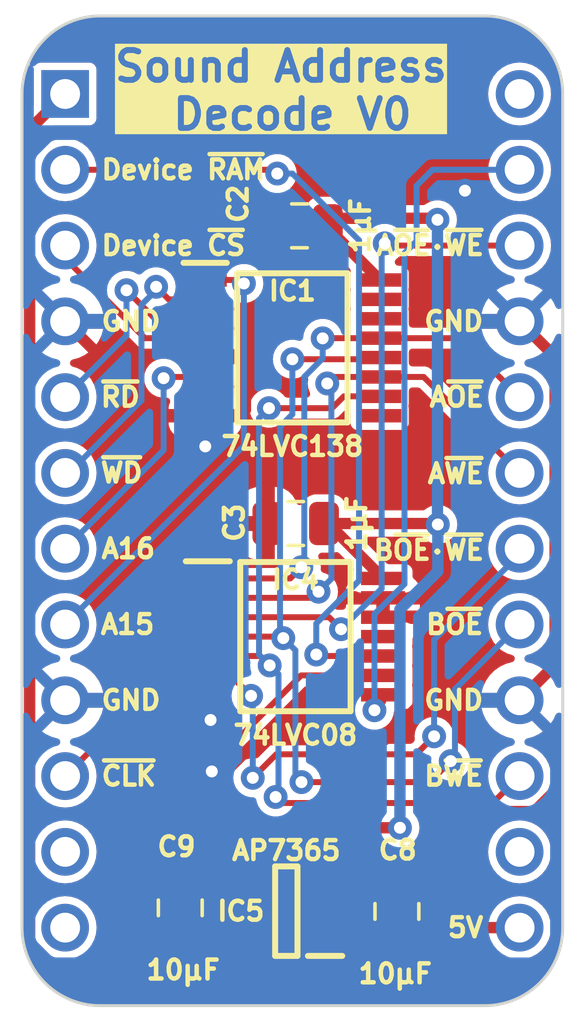
<source format=kicad_pcb>
(kicad_pcb (version 20221018) (generator pcbnew)
  (layers (0 "F.Cu" signal) (31 "B.Cu" signal) (36 "B.SilkS" user "B.Silkscreen") (37 "F.SilkS" user "F.Silkscreen") (38 "B.Mask" user) (39 "F.Mask" user) (44 "Edge.Cuts" user))
  (net 0 "")
  (net 1 "/5V")
  (net 2 "/GND")
  (net 3 "/3.3V")
  (net 5 "/~{CLK}")
  (net 6 "/Device ~{CS}")
  (net 7 "/A16")
  (net 8 "/~{WD}")
  (net 9 "/~{RD}")
  (net 10 "/A15")
  (net 13 "/CPU B ~{WE}")
  (net 14 "/CPU A ~{WE}")
  (net 15 "/CPU B ~{OE}")
  (net 16 "/CPU A ~{OE}")
  (net 19 "/CPU A ~{OE}·~{WE}")
  (net 20 "/CPU B ~{OE}·~{WE}")
  (net 21 "/Sound Address")
  (net 22 "/~{Device RAM}")
  (footprint "SamacSys_Parts:SOP65P640X110-14N" (layer "F.Cu") (at 96.6216 76.6064)
    (fp_text reference "IC4" (at 0 -1.905) (layer "F.SilkS") (effects (font (size 0.635 0.635))))
    (fp_text value "74LVC08APW,112" hide)
    (fp_text user "${Silkscreen}" (at 0 3.302) (layer "F.SilkS") (effects (font (size 0.635 0.635))))
    (fp_line (start -3.675 -2.525) (end -2.2 -2.525) (stroke (width 0.2)) (layer "F.SilkS"))
    (fp_line (start -1.85 -2.5) (end 1.85 -2.5) (stroke (width 0.2)) (layer "F.SilkS"))
    (fp_line (start -1.85 2.5) (end -1.85 -2.5) (stroke (width 0.2)) (layer "F.SilkS"))
    (fp_line (start 1.85 -2.5) (end 1.85 2.5) (stroke (width 0.2)) (layer "F.SilkS"))
    (fp_line (start 1.85 2.5) (end -1.85 2.5) (stroke (width 0.2)) (layer "F.SilkS"))
    (pad "1" smd rect (at -2.938 -1.95 90) (size 0.45 1.475) (layers "F.Cu" "F.Paste" "F.Mask") (net 16 "/CPU A ~{OE}"))
    (pad "2" smd rect (at -2.938 -1.3 90) (size 0.45 1.475) (layers "F.Cu" "F.Paste" "F.Mask") (net 14 "/CPU A ~{WE}"))
    (pad "3" smd rect (at -2.938 -0.65 90) (size 0.45 1.475) (layers "F.Cu" "F.Paste" "F.Mask") (net 19 "/CPU A ~{OE}·~{WE}"))
    (pad "4" smd rect (at -2.938 0 90) (size 0.45 1.475) (layers "F.Cu" "F.Paste" "F.Mask") (net 15 "/CPU B ~{OE}"))
    (pad "5" smd rect (at -2.938 0.65 90) (size 0.45 1.475) (layers "F.Cu" "F.Paste" "F.Mask") (net 13 "/CPU B ~{WE}"))
    (pad "6" smd rect (at -2.938 1.3 90) (size 0.45 1.475) (layers "F.Cu" "F.Paste" "F.Mask") (net 20 "/CPU B ~{OE}·~{WE}"))
    (pad "7" smd rect (at -2.938 1.95 90) (size 0.45 1.475) (layers "F.Cu" "F.Paste" "F.Mask") (net 2 "/GND"))
    (pad "8" smd rect (at 2.938 1.95 90) (size 0.45 1.475) (layers "F.Cu" "F.Paste" "F.Mask") (net 21 "/Sound Address"))
    (pad "9" smd rect (at 2.938 1.3 90) (size 0.45 1.475) (layers "F.Cu" "F.Paste" "F.Mask") (net 5 "/~{CLK}"))
    (pad "10" smd rect (at 2.938 0.65 90) (size 0.45 1.475) (layers "F.Cu" "F.Paste" "F.Mask") (net 22 "/~{Device RAM}"))
    (pad "11" smd rect (at 2.938 0 90) (size 0.45 1.475) (layers "F.Cu" "F.Paste" "F.Mask"))
    (pad "12" smd rect (at 2.938 -0.65 90) (size 0.45 1.475) (layers "F.Cu" "F.Paste" "F.Mask") (net 2 "/GND"))
    (pad "13" smd rect (at 2.938 -1.3 90) (size 0.45 1.475) (layers "F.Cu" "F.Paste" "F.Mask") (net 2 "/GND"))
    (pad "14" smd rect (at 2.938 -1.95 90) (size 0.45 1.475) (layers "F.Cu" "F.Paste" "F.Mask") (net 3 "/3.3V"))
  )
  (footprint "SamacSys_Parts:C_0805" (layer "F.Cu") (at 100.0252 85.8324)
    (fp_text reference "C8" (at 0.027 -2.075 180) (layer "F.SilkS") (effects (font (size 0.635 0.635))))
    (fp_text value "10µF" (at -0.0554 2.0726) (layer "F.SilkS") (effects (font (size 0.635 0.635))))
    (fp_line (start -0.735 0.245252) (end -0.735 -0.277252) (stroke (width 0.12)) (layer "F.SilkS"))
    (fp_line (start 0.735 0.245252) (end 0.735 -0.277252) (stroke (width 0.12)) (layer "F.SilkS"))
    (pad "1" smd roundrect (at 0 0.934 90) (size 1 1.45) (layers "F.Cu" "F.Paste" "F.Mask") (net 1 "/5V"))
    (pad "2" smd roundrect (at 0 -0.966 90) (size 1 1.45) (layers "F.Cu" "F.Paste" "F.Mask") (net 2 "/GND"))
  )
  (footprint "SamacSys_Parts:C_0805" (layer "F.Cu") (at 96.647 72.816 90)
    (fp_text reference "C3" (at 0.027 -2.075 90) (layer "F.SilkS") (effects (font (size 0.635 0.635))))
    (fp_text value "1μF" (at 0 2.032 90) (layer "F.SilkS") (effects (font (size 0.635 0.635))))
    (fp_line (start -0.735 0.245252) (end -0.735 -0.277252) (stroke (width 0.12)) (layer "F.SilkS"))
    (fp_line (start 0.735 0.245252) (end 0.735 -0.277252) (stroke (width 0.12)) (layer "F.SilkS"))
    (pad "1" smd roundrect (at 0 0.934 180) (size 1 1.45) (layers "F.Cu" "F.Paste" "F.Mask") (net 3 "/3.3V"))
    (pad "2" smd roundrect (at 0 -0.966 180) (size 1 1.45) (layers "F.Cu" "F.Paste" "F.Mask") (net 2 "/GND"))
  )
  (footprint "SamacSys_Parts:C_0805" (layer "F.Cu") (at 96.774 62.8396 90)
    (fp_text reference "C2" (at 0.7366 -2.075 90) (layer "F.SilkS") (effects (font (size 0.635 0.635))))
    (fp_text value "1μF" (at 0 2.032 90) (layer "F.SilkS") (effects (font (size 0.635 0.635))))
    (fp_line (start -0.735 0.245252) (end -0.735 -0.277252) (stroke (width 0.12)) (layer "F.SilkS"))
    (fp_line (start 0.735 0.245252) (end 0.735 -0.277252) (stroke (width 0.12)) (layer "F.SilkS"))
    (pad "1" smd roundrect (at 0 0.934 180) (size 1 1.45) (layers "F.Cu" "F.Paste" "F.Mask") (net 3 "/3.3V"))
    (pad "2" smd roundrect (at 0 -0.966 180) (size 1 1.45) (layers "F.Cu" "F.Paste" "F.Mask") (net 2 "/GND"))
  )
  (footprint "SamacSys_Parts:SOP65P640X110-16N" (layer "F.Cu") (at 96.52 66.929)
    (fp_text reference "IC1" (at 0 -1.905) (layer "F.SilkS") (effects (font (size 0.635 0.635))))
    (fp_text value "74LVC138APW-Q100J" hide)
    (fp_text user "${Silkscreen}" (at 0 3.302) (layer "F.SilkS") (effects (font (size 0.635 0.635))))
    (fp_line (start -3.65 -2.85) (end -2.2 -2.85) (stroke (width 0.2)) (layer "F.SilkS"))
    (fp_line (start -1.85 -2.5) (end 1.85 -2.5) (stroke (width 0.2)) (layer "F.SilkS"))
    (fp_line (start -1.85 2.5) (end -1.85 -2.5) (stroke (width 0.2)) (layer "F.SilkS"))
    (fp_line (start 1.85 -2.5) (end 1.85 2.5) (stroke (width 0.2)) (layer "F.SilkS"))
    (fp_line (start 1.85 2.5) (end -1.85 2.5) (stroke (width 0.2)) (layer "F.SilkS"))
    (pad "1" smd rect (at -2.925 -2.275 90) (size 0.45 1.45) (layers "F.Cu" "F.Paste" "F.Mask") (net 10 "/A15"))
    (pad "2" smd rect (at -2.925 -1.625 90) (size 0.45 1.45) (layers "F.Cu" "F.Paste" "F.Mask") (net 8 "/~{WD}"))
    (pad "3" smd rect (at -2.925 -0.975 90) (size 0.45 1.45) (layers "F.Cu" "F.Paste" "F.Mask") (net 9 "/~{RD}"))
    (pad "4" smd rect (at -2.925 -0.325 90) (size 0.45 1.45) (layers "F.Cu" "F.Paste" "F.Mask") (net 6 "/Device ~{CS}"))
    (pad "5" smd rect (at -2.925 0.325 90) (size 0.45 1.45) (layers "F.Cu" "F.Paste" "F.Mask") (net 2 "/GND"))
    (pad "6" smd rect (at -2.925 0.975 90) (size 0.45 1.45) (layers "F.Cu" "F.Paste" "F.Mask") (net 7 "/A16"))
    (pad "7" smd rect (at -2.925 1.625 90) (size 0.45 1.45) (layers "F.Cu" "F.Paste" "F.Mask"))
    (pad "8" smd rect (at -2.925 2.275 90) (size 0.45 1.45) (layers "F.Cu" "F.Paste" "F.Mask") (net 2 "/GND"))
    (pad "9" smd rect (at 2.925 2.275 90) (size 0.45 1.45) (layers "F.Cu" "F.Paste" "F.Mask"))
    (pad "10" smd rect (at 2.925 1.625 90) (size 0.45 1.45) (layers "F.Cu" "F.Paste" "F.Mask") (net 13 "/CPU B ~{WE}"))
    (pad "11" smd rect (at 2.925 0.975 90) (size 0.45 1.45) (layers "F.Cu" "F.Paste" "F.Mask") (net 14 "/CPU A ~{WE}"))
    (pad "12" smd rect (at 2.925 0.325 90) (size 0.45 1.45) (layers "F.Cu" "F.Paste" "F.Mask") (net 15 "/CPU B ~{OE}"))
    (pad "13" smd rect (at 2.925 -0.325 90) (size 0.45 1.45) (layers "F.Cu" "F.Paste" "F.Mask") (net 16 "/CPU A ~{OE}"))
    (pad "14" smd rect (at 2.925 -0.975 90) (size 0.45 1.45) (layers "F.Cu" "F.Paste" "F.Mask"))
    (pad "15" smd rect (at 2.925 -1.625 90) (size 0.45 1.45) (layers "F.Cu" "F.Paste" "F.Mask"))
    (pad "16" smd rect (at 2.925 -2.275 90) (size 0.45 1.45) (layers "F.Cu" "F.Paste" "F.Mask") (net 3 "/3.3V"))
  )
  (footprint "SamacSys_Parts:C_0805" (layer "F.Cu") (at 92.7608 85.68 180)
    (fp_text reference "C9" (at 0.127 2.032) (layer "F.SilkS") (effects (font (size 0.635 0.635))))
    (fp_text value "10µF" (at -0.097 -2.098) (layer "F.SilkS") (effects (font (size 0.635 0.635))))
    (fp_line (start -0.735 0.245252) (end -0.735 -0.277252) (stroke (width 0.12)) (layer "F.SilkS"))
    (fp_line (start 0.735 0.245252) (end 0.735 -0.277252) (stroke (width 0.12)) (layer "F.SilkS"))
    (pad "1" smd roundrect (at 0 0.934 270) (size 1 1.45) (layers "F.Cu" "F.Paste" "F.Mask") (net 3 "/3.3V"))
    (pad "2" smd roundrect (at 0 -0.966 270) (size 1 1.45) (layers "F.Cu" "F.Paste" "F.Mask") (net 2 "/GND"))
  )
  (footprint "SamacSys_Parts:SOT95P285X130-5N" (layer "F.Cu") (at 96.3168 85.807 180)
    (fp_text reference "IC5" (at 1.524 0 180) (layer "F.SilkS") (effects (font (size 0.635 0.635))))
    (fp_text value "AP7365-33WG-7" hide)
    (fp_text user "${Silkscreen}" (at 0 2.032 180) (layer "F.SilkS") (effects (font (size 0.635 0.635))))
    (fp_line (start -1.875 -1.5) (end -0.725 -1.5) (stroke (width 0.2)) (layer "F.SilkS"))
    (fp_line (start -0.375 -1.5) (end 0.375 -1.5) (stroke (width 0.2)) (layer "F.SilkS"))
    (fp_line (start -0.375 1.5) (end -0.375 -1.5) (stroke (width 0.2)) (layer "F.SilkS"))
    (fp_line (start 0.375 -1.5) (end 0.375 1.5) (stroke (width 0.2)) (layer "F.SilkS"))
    (fp_line (start 0.375 1.5) (end -0.375 1.5) (stroke (width 0.2)) (layer "F.SilkS"))
    (pad "1" smd rect (at -1.3 -0.95 270) (size 0.6 1.15) (layers "F.Cu" "F.Paste" "F.Mask") (net 1 "/5V"))
    (pad "2" smd rect (at -1.3 0 270) (size 0.6 1.15) (layers "F.Cu" "F.Paste" "F.Mask") (net 2 "/GND"))
    (pad "3" smd rect (at -1.3 0.95 270) (size 0.6 1.15) (layers "F.Cu" "F.Paste" "F.Mask") (net 1 "/5V"))
    (pad "4" smd rect (at 1.3 0.95 270) (size 0.6 1.15) (layers "F.Cu" "F.Paste" "F.Mask"))
    (pad "5" smd rect (at 1.3 -0.95 270) (size 0.6 1.15) (layers "F.Cu" "F.Paste" "F.Mask") (net 3 "/3.3V"))
  )
  (footprint "SamacSys_Parts:DIP-24_Board_W15.24mm" (layer "F.Cu") (at 88.9 58.42)
    (fp_text reference "J1" hide)
    (fp_text value "Conn_02x12_Counter_Clockwise" hide)
    (pad "1" thru_hole rect (at 0 0) (size 1.6 1.6) (drill 1) (layers "*.Cu" "*.Mask") (net 1 "/5V"))
    (pad "2" thru_hole oval (at 0 2.54) (size 1.6 1.6) (drill 1) (layers "*.Cu" "*.Mask") (net 22 "/~{Device RAM}"))
    (pad "3" thru_hole oval (at 0 5.08) (size 1.6 1.6) (drill 1) (layers "*.Cu" "*.Mask") (net 6 "/Device ~{CS}"))
    (pad "4" thru_hole oval (at 0 7.62) (size 1.6 1.6) (drill 1) (layers "*.Cu" "*.Mask") (net 2 "/GND"))
    (pad "5" thru_hole oval (at 0 10.16) (size 1.6 1.6) (drill 1) (layers "*.Cu" "*.Mask") (net 9 "/~{RD}"))
    (pad "6" thru_hole oval (at 0 12.7) (size 1.6 1.6) (drill 1) (layers "*.Cu" "*.Mask") (net 8 "/~{WD}"))
    (pad "7" thru_hole oval (at 0 15.24) (size 1.6 1.6) (drill 1) (layers "*.Cu" "*.Mask") (net 7 "/A16"))
    (pad "8" thru_hole oval (at 0 17.78) (size 1.6 1.6) (drill 1) (layers "*.Cu" "*.Mask") (net 10 "/A15"))
    (pad "9" thru_hole oval (at 0 20.32) (size 1.6 1.6) (drill 1) (layers "*.Cu" "*.Mask") (net 2 "/GND"))
    (pad "10" thru_hole oval (at 0 22.86) (size 1.6 1.6) (drill 1) (layers "*.Cu" "*.Mask") (net 5 "/~{CLK}"))
    (pad "11" thru_hole oval (at 0 25.4) (size 1.6 1.6) (drill 1) (layers "*.Cu" "*.Mask"))
    (pad "12" thru_hole oval (at 0 27.94) (size 1.6 1.6) (drill 1) (layers "*.Cu" "*.Mask"))
    (pad "13" thru_hole oval (at 15.24 27.94) (size 1.6 1.6) (drill 1) (layers "*.Cu" "*.Mask") (net 1 "/5V"))
    (pad "14" thru_hole oval (at 15.24 25.4) (size 1.6 1.6) (drill 1) (layers "*.Cu" "*.Mask"))
    (pad "15" thru_hole oval (at 15.24 22.86) (size 1.6 1.6) (drill 1) (layers "*.Cu" "*.Mask") (net 13 "/CPU B ~{WE}"))
    (pad "16" thru_hole oval (at 15.24 20.32) (size 1.6 1.6) (drill 1) (layers "*.Cu" "*.Mask") (net 2 "/GND"))
    (pad "17" thru_hole oval (at 15.24 17.78 180) (size 1.6 1.6) (drill 1) (layers "*.Cu" "*.Mask") (net 15 "/CPU B ~{OE}"))
    (pad "18" thru_hole oval (at 15.24 15.24 180) (size 1.6 1.6) (drill 1) (layers "*.Cu" "*.Mask") (net 20 "/CPU B ~{OE}·~{WE}"))
    (pad "19" thru_hole oval (at 15.24 12.7 180) (size 1.6 1.6) (drill 1) (layers "*.Cu" "*.Mask") (net 14 "/CPU A ~{WE}"))
    (pad "20" thru_hole oval (at 15.24 10.16 180) (size 1.6 1.6) (drill 1) (layers "*.Cu" "*.Mask") (net 16 "/CPU A ~{OE}"))
    (pad "21" thru_hole oval (at 15.24 7.62) (size 1.6 1.6) (drill 1) (layers "*.Cu" "*.Mask") (net 2 "/GND"))
    (pad "22" thru_hole oval (at 15.24 5.08) (size 1.6 1.6) (drill 1) (layers "*.Cu" "*.Mask") (net 19 "/CPU A ~{OE}·~{WE}"))
    (pad "23" thru_hole oval (at 15.24 2.54) (size 1.6 1.6) (drill 1) (layers "*.Cu" "*.Mask") (net 21 "/Sound Address"))
    (pad "24" thru_hole oval (at 15.24 0) (size 1.6 1.6) (drill 1) (layers "*.Cu" "*.Mask"))
  )
  (gr_line (start 102.971601 88.973733) (end 90.068401 88.973733) (stroke (width 0.1)) (layer "Edge.Cuts"))
  (gr_line (start 90.0684 55.806268) (end 102.9716 55.806268) (stroke (width 0.1)) (layer "Edge.Cuts"))
  (gr_line (start 87.454668 86.36) (end 87.454668 58.42) (stroke (width 0.1)) (layer "Edge.Cuts"))
  (gr_arc (start 105.585333 86.360001) (mid 104.819788 88.208188) (end 102.971601 88.973733) (stroke (width 0.1)) (layer "Edge.Cuts"))
  (gr_arc (start 87.454668 58.42) (mid 88.220212 56.571812) (end 90.0684 55.806268) (stroke (width 0.1)) (layer "Edge.Cuts"))
  (gr_arc (start 90.068401 88.973733) (mid 88.220212 88.208189) (end 87.454668 86.36) (stroke (width 0.1)) (layer "Edge.Cuts"))
  (gr_arc (start 102.9716 55.806268) (mid 104.819788 56.571812) (end 105.585332 58.42) (stroke (width 0.1)) (layer "Edge.Cuts"))
  (gr_line (start 105.585333 86.360001) (end 105.585332 58.42) (stroke (width 0.1)) (layer "Edge.Cuts"))
  (gr_text "B~{WE}" (at 102.997 81.28) (layer "F.SilkS") (effects (font (size 0.635 0.635)) (justify right)))
  (gr_text "5V" (at 102.997 86.36) (layer "F.SilkS") (effects (font (size 0.635 0.635)) (justify right)))
  (gr_text "GND" (at 102.997 66.04) (layer "F.SilkS") (effects (font (size 0.635 0.635)) (justify right)))
  (gr_text "A~{OE}·~{WE}" (at 103.0224 63.5) (layer "F.SilkS") (effects (font (size 0.635 0.635)) (justify right)))
  (gr_text "GND" (at 90.043 78.74) (layer "F.SilkS") (effects (font (size 0.635 0.635)) (justify left)))
  (gr_text "Device ~{RAM}" (at 90.043 60.96) (layer "F.SilkS") (effects (font (size 0.635 0.635)) (justify left)))
  (gr_text "~{CLK}" (at 90.043 81.28) (layer "F.SilkS") (effects (font (size 0.635 0.635)) (justify left)))
  (gr_text "A15" (at 90.0176 76.2) (layer "F.SilkS") (effects (font (size 0.635 0.635)) (justify left)))
  (gr_text "~{WD}" (at 90.0176 71.12) (layer "F.SilkS") (effects (font (size 0.635 0.635)) (justify left)))
  (gr_text "A~{OE}" (at 103.0224 68.58) (layer "F.SilkS") (effects (font (size 0.635 0.635)) (justify right)))
  (gr_text "B~{OE}·~{WE}" (at 103.0224 73.7108) (layer "F.SilkS") (effects (font (size 0.635 0.635)) (justify right)))
  (gr_text "Device ~{CS}" (at 90.043 63.5) (layer "F.SilkS") (effects (font (size 0.635 0.635)) (justify left)))
  (gr_text "B~{OE}" (at 102.997 76.2) (layer "F.SilkS") (effects (font (size 0.635 0.635)) (justify right)))
  (gr_text "GND" (at 90.043 66.04) (layer "F.SilkS") (effects (font (size 0.635 0.635)) (justify left)))
  (gr_text "Sound Address \nDecode V0" (at 96.52 59.69) (layer "F.SilkS" knockout) (effects (font (size 1 1) (thickness 0.2) bold) (justify bottom)))
  (gr_text "A~{WE}" (at 103.0224 71.1454) (layer "F.SilkS") (effects (font (size 0.635 0.635)) (justify right)))
  (gr_text "GND" (at 102.997 78.74) (layer "F.SilkS") (effects (font (size 0.635 0.635)) (justify right)))
  (gr_text "~{RD}" (at 90.0176 68.58) (layer "F.SilkS") (effects (font (size 0.635 0.635)) (justify left)))
  (gr_text "A16" (at 90.043 73.66) (layer "F.SilkS") (effects (font (size 0.635 0.635)) (justify left)))
  (segment (start 87.71 59.61) (end 88.9 58.42) (width 0.38) (layer "F.Cu") (net 1))
  (segment (start 98.5818 85.68) (end 98.5818 86.717) (width 0.38) (layer "F.Cu") (net 1))
  (segment (start 88.407085 87.55) (end 87.71 86.852915) (width 0.38) (layer "F.Cu") (net 1))
  (segment (start 100.0252 86.7664) (end 99.2416 87.55) (width 0.38) (layer "F.Cu") (net 1))
  (segment (start 101.3968 86.7664) (end 101.8032 86.36) (width 0.38) (layer "F.Cu") (net 1))
  (segment (start 97.6168 86.757) (end 98.5418 86.757) (width 0.38) (layer "F.Cu") (net 1))
  (segment (start 98.5818 84.867) (end 98.5818 85.68) (width 0.38) (layer "F.Cu") (net 1))
  (segment (start 97.6168 84.857) (end 98.5718 84.857) (width 0.38) (layer "F.Cu") (net 1))
  (segment (start 100.0252 86.7664) (end 101.3968 86.7664) (width 0.38) (layer "F.Cu") (net 1))
  (segment (start 99.2378 85.68) (end 98.5818 85.68) (width 0.38) (layer "F.Cu") (net 1))
  (segment (start 98.5718 84.857) (end 98.5818 84.867) (width 0.38) (layer "F.Cu") (net 1))
  (segment (start 99.2416 87.55) (end 88.407085 87.55) (width 0.38) (layer "F.Cu") (net 1))
  (segment (start 101.8032 86.36) (end 104.14 86.36) (width 0.38) (layer "F.Cu") (net 1))
  (segment (start 87.71 86.852915) (end 87.71 59.61) (width 0.38) (layer "F.Cu") (net 1))
  (segment (start 98.5418 86.757) (end 98.5818 86.717) (width 0.38) (layer "F.Cu") (net 1))
  (segment (start 100.0252 86.4674) (end 99.2378 85.68) (width 0.38) (layer "F.Cu") (net 1))
  (segment (start 96.6618 85.807) (end 96.6518 85.797) (width 0.38) (layer "F.Cu") (net 2))
  (segment (start 92.7608 86.646) (end 91.6458 85.531) (width 0.38) (layer "F.Cu") (net 2))
  (segment (start 102.114703 61.468) (end 102.306703 61.66) (width 0.38) (layer "F.Cu") (net 2))
  (segment (start 90.5764 78.74) (end 88.9 78.74) (width 0.38) (layer "F.Cu") (net 2))
  (segment (start 96.6518 85.797) (end 96.6518 84.167) (width 0.38) (layer "F.Cu") (net 2))
  (segment (start 93.595 69.204) (end 94.753 69.204) (width 0.38) (layer "F.Cu") (net 2))
  (segment (start 93.7815 72.816) (end 93.595 72.6295) (width 0.38) (layer "F.Cu") (net 2))
  (segment (start 97.1796 61.468) (end 102.114703 61.468) (width 0.38) (layer "F.Cu") (net 2))
  (segment (start 93.6836 78.5564) (end 93.6836 79.3072) (width 0.38) (layer "F.Cu") (net 2))
  (segment (start 105.33 67.23) (end 105.33 77.55) (width 0.38) (layer "F.Cu") (net 2))
  (segment (start 93.595 70.227) (end 93.595 69.204) (width 0.38) (layer "F.Cu") (net 2))
  (segment (start 95.808 65.99) (end 95.808 62.8396) (width 0.38) (layer "F.Cu") (net 2))
  (segment (start 96.6518 84.167) (end 96.7178 84.101) (width 0.38) (layer "F.Cu") (net 2))
  (segment (start 105.395333 79.995333) (end 104.14 78.74) (width 0.38) (layer "F.Cu") (net 2))
  (segment (start 93.599 70.231) (end 93.595 70.227) (width 0.38) (layer "F.Cu") (net 2))
  (segment (start 98.827571 84.101) (end 99.592971 84.8664) (width 0.38) (layer "F.Cu") (net 2))
  (segment (start 94.9452 69.0118) (end 94.9452 66.8528) (width 0.38) (layer "F.Cu") (net 2))
  (segment (start 95.681 72.816) (end 93.7815 72.816) (width 0.38) (layer "F.Cu") (net 2))
  (segment (start 101.3156 84.8664) (end 103.712 82.47) (width 0.38) (layer "F.Cu") (net 2))
  (segment (start 104.14 66.04) (end 105.33 67.23) (width 0.38) (layer "F.Cu") (net 2))
  (segment (start 105.33 77.55) (end 104.14 78.74) (width 0.38) (layer "F.Cu") (net 2))
  (segment (start 94.9452 66.8528) (end 95.808 65.99) (width 0.38) (layer "F.Cu") (net 2))
  (segment (start 95.808 62.8396) (end 97.1796 61.468) (width 0.38) (layer "F.Cu") (net 2))
  (segment (start 91.2368 79.4004) (end 90.5764 78.74) (width 0.38) (layer "F.Cu") (net 2))
  (segment (start 88.9 66.04) (end 92.064 69.204) (width 0.38) (layer "F.Cu") (net 2))
  (segment (start 99.5596 75.3064) (end 99.5596 75.9564) (width 0.38) (layer "F.Cu") (net 2))
  (segment (start 92.5561 78.5214) (end 92.5911 78.5564) (width 0.38) (layer "F.Cu") (net 2))
  (segment (start 93.6836 79.3072) (end 93.7768 79.4004) (width 0.38) (layer "F.Cu") (net 2))
  (segment (start 93.595 70.235) (end 93.599 70.231) (width 0.38) (layer "F.Cu") (net 2))
  (segment (start 97.6168 85.807) (end 96.6618 85.807) (width 0.38) (layer "F.Cu") (net 2))
  (segment (start 93.595 72.6295) (end 93.595 70.235) (width 0.38) (layer "F.Cu") (net 2))
  (segment (start 99.6188 80.0608) (end 95.352423 80.0608) (width 0.38) (layer "F.Cu") (net 2))
  (segment (start 103.712 82.47) (end 104.632915 82.47) (width 0.38) (layer "F.Cu") (net 2))
  (segment (start 93.595 67.254) (end 94.544 67.254) (width 0.38) (layer "F.Cu") (net 2))
  (segment (start 95.352423 80.0608) (end 94.288825 81.124398) (width 0.38) (layer "F.Cu") (net 2))
  (segment (start 105.395333 81.707582) (end 105.395333 79.995333) (width 0.38) (layer "F.Cu") (net 2))
  (segment (start 92.064 69.204) (end 93.595 69.204) (width 0.38) (layer "F.Cu") (net 2))
  (segment (start 100.9396 78.74) (end 99.6188 80.0608) (width 0.38) (layer "F.Cu") (net 2))
  (segment (start 94.544 67.254) (end 94.9452 66.8528) (width 0.38) (layer "F.Cu") (net 2))
  (segment (start 94.753 69.204) (end 94.9452 69.0118) (width 0.38) (layer "F.Cu") (net 2))
  (segment (start 94.288825 81.124398) (end 93.817627 81.124398) (width 0.38) (layer "F.Cu") (net 2))
  (segment (start 92.5561 74.0414) (end 92.5561 78.5214) (width 0.38) (layer "F.Cu") (net 2))
  (segment (start 92.5911 78.5564) (end 93.6836 78.5564) (width 0.38) (layer "F.Cu") (net 2))
  (segment (start 104.14 78.74) (end 100.9396 78.74) (width 0.38) (layer "F.Cu") (net 2))
  (segment (start 93.7815 72.816) (end 92.5561 74.0414) (width 0.38) (layer "F.Cu") (net 2))
  (segment (start 91.6458 83.296225) (end 93.817627 81.124398) (width 0.38) (layer "F.Cu") (net 2))
  (segment (start 93.7768 79.4004) (end 91.2368 79.4004) (width 0.38) (layer "F.Cu") (net 2))
  (segment (start 104.632915 82.47) (end 105.395333 81.707582) (width 0.38) (layer "F.Cu") (net 2))
  (segment (start 100.0252 84.8664) (end 101.3156 84.8664) (width 0.38) (layer "F.Cu") (net 2))
  (segment (start 96.7178 84.101) (end 98.827571 84.101) (width 0.38) (layer "F.Cu") (net 2))
  (segment (start 91.6458 85.531) (end 91.6458 83.296225) (width 0.38) (layer "F.Cu") (net 2))
  (via (at 93.7768 79.4004) (size 0.8) (drill 0.4) (layers "F.Cu" "B.Cu") (net 2))
  (via (at 102.306703 61.66) (size 0.8) (drill 0.4) (layers "F.Cu" "B.Cu") (net 2))
  (via (at 93.817627 81.124398) (size 0.8) (drill 0.4) (layers "F.Cu" "B.Cu") (net 2))
  (via (at 93.599 70.231) (size 0.8) (drill 0.4) (layers "F.Cu" "B.Cu") (net 2))
  (segment (start 105.282754 87.080189) (end 104.812943 87.55) (width 0.38) (layer "B.Cu") (net 2))
  (segment (start 105.395332 60.437332) (end 105.395332 64.784668) (width 0.38) (layer "B.Cu") (net 2))
  (segment (start 87.698229 86.841144) (end 87.698229 79.941771) (width 0.38) (layer "B.Cu") (net 2))
  (segment (start 87.71 64.85) (end 87.71 60.467085) (width 0.38) (layer "B.Cu") (net 2))
  (segment (start 88.9 78.74) (end 87.71 77.55) (width 0.38) (layer "B.Cu") (net 2))
  (segment (start 87.698229 79.941771) (end 88.9 78.74) (width 0.38) (layer "B.Cu") (net 2))
  (segment (start 105.352713 86.796352) (end 105.282754 87.080189) (width 0.38) (layer "B.Cu") (net 2))
  (segment (start 87.71 67.23) (end 88.9 66.04) (width 0.38) (layer "B.Cu") (net 2))
  (segment (start 105.352713 79.952713) (end 105.352713 86.796352) (width 0.38) (layer "B.Cu") (net 2))
  (segment (start 104.14 78.74) (end 105.352713 79.952713) (width 0.38) (layer "B.Cu") (net 2))
  (segment (start 104.728 59.77) (end 105.395332 60.437332) (width 0.38) (layer "B.Cu") (net 2))
  (segment (start 104.812943 87.55) (end 88.407085 87.55) (width 0.38) (layer "B.Cu") (net 2))
  (segment (start 105.395332 64.784668) (end 104.14 66.04) (width 0.38) (layer "B.Cu") (net 2))
  (segment (start 93.7768 81.083571) (end 93.817627 81.124398) (width 0.38) (layer "B.Cu") (net 2))
  (segment (start 104.14 66.04) (end 102.306703 64.206703) (width 0.38) (layer "B.Cu") (net 2))
  (segment (start 88.407085 59.77) (end 104.728 59.77) (width 0.38) (layer "B.Cu") (net 2))
  (segment (start 87.71 77.55) (end 87.71 67.23) (width 0.38) (layer "B.Cu") (net 2))
  (segment (start 93.7768 79.4004) (end 93.7768 81.083571) (width 0.38) (layer "B.Cu") (net 2))
  (segment (start 102.306703 64.206703) (end 102.306703 61.66) (width 0.38) (layer "B.Cu") (net 2))
  (segment (start 88.9 66.04) (end 87.71 64.85) (width 0.38) (layer "B.Cu") (net 2))
  (segment (start 87.71 60.467085) (end 88.407085 59.77) (width 0.38) (layer "B.Cu") (net 2))
  (segment (start 88.407085 87.55) (end 87.698229 86.841144) (width 0.38) (layer "B.Cu") (net 2))
  (segment (start 101.3656 72.816) (end 101.3968 72.8472) (width 0.38) (layer "F.Cu") (net 3))
  (segment (start 97.962 62.5856) (end 101.3348 62.5856) (width 0.38) (layer "F.Cu") (net 3))
  (segment (start 99.445 64.647) (end 97.708 62.91) (width 0.38) (layer "F.Cu") (net 3))
  (segment (start 92.7608 84.746) (end 94.4938 83.013) (width 0.38) (layer "F.Cu") (net 3))
  (segment (start 99.5596 74.6564) (end 97.7192 72.816) (width 0.38) (layer "F.Cu") (net 3))
  (segment (start 94.7718 86.757) (end 92.7608 84.746) (width 0.38) (layer "F.Cu") (net 3))
  (segment (start 97.581 72.816) (end 101.3656 72.816) (width 0.38) (layer "F.Cu") (net 3))
  (segment (start 99.364798 83.012998) (end 100.1268 83.012998) (width 0.38) (layer "F.Cu") (net 3))
  (segment (start 101.3348 62.5856) (end 101.3856 62.6364) (width 0.38) (layer "F.Cu") (net 3))
  (segment (start 94.4938 83.013) (end 99.364796 83.013) (width 0.38) (layer "F.Cu") (net 3))
  (via (at 101.3968 72.8472) (size 0.8) (drill 0.4) (layers "F.Cu" "B.Cu") (net 3))
  (via (at 101.3856 62.6364) (size 0.8) (drill 0.4) (layers "F.Cu" "B.Cu") (net 3))
  (via (at 100.1268 83.012998) (size 0.8) (drill 0.4) (layers "F.Cu" "B.Cu") (net 3))
  (segment (start 101.3856 72.836) (end 101.3968 72.8472) (width 0.38) (layer "B.Cu") (net 3))
  (segment (start 100.1268 75.692) (end 101.3968 74.422) (width 0.38) (layer "B.Cu") (net 3))
  (segment (start 101.3968 74.422) (end 101.3968 72.8472) (width 0.38) (layer "B.Cu") (net 3))
  (segment (start 100.1268 83.012998) (end 100.1268 75.692) (width 0.38) (layer "B.Cu") (net 3))
  (segment (start 101.3856 62.6364) (end 101.3856 72.836) (width 0.38) (layer "B.Cu") (net 3))
  (segment (start 90.0784 80.1016) (end 88.9 81.28) (width 0.2) (layer "F.Cu") (net 5))
  (segment (start 94.618658 80.1016) (end 90.0784 80.1016) (width 0.2) (layer "F.Cu") (net 5))
  (segment (start 96.813858 77.9064) (end 94.618658 80.1016) (width 0.2) (layer "F.Cu") (net 5))
  (segment (start 99.5596 77.9064) (end 96.813858 77.9064) (width 0.2) (layer "F.Cu") (net 5))
  (segment (start 91.57285 66.604) (end 93.595 66.604) (width 0.2) (layer "F.Cu") (net 6))
  (segment (start 88.9 63.93115) (end 91.57285 66.604) (width 0.2) (layer "F.Cu") (net 6))
  (segment (start 93.595 67.904) (end 92.243 67.904) (width 0.2) (layer "F.Cu") (net 7))
  (segment (start 92.243 67.904) (end 92.202 67.945) (width 0.2) (layer "F.Cu") (net 7))
  (via (at 92.202 67.945) (size 0.8) (drill 0.4) (layers "F.Cu" "B.Cu") (net 7))
  (segment (start 92.202 70.358) (end 92.202 67.945) (width 0.2) (layer "B.Cu") (net 7))
  (segment (start 88.9 73.66) (end 92.202 70.358) (width 0.2) (layer "B.Cu") (net 7))
  (segment (start 93.595 65.304) (end 92.372415 65.304) (width 0.2) (layer "F.Cu") (net 8))
  (segment (start 92.372415 65.304) (end 91.950604 64.882189) (width 0.2) (layer "F.Cu") (net 8))
  (via (at 91.950604 64.882189) (size 0.8) (drill 0.4) (layers "F.Cu" "B.Cu") (net 8))
  (segment (start 91.459 68.688) (end 91.459 65.48695) (width 0.2) (layer "B.Cu") (net 8))
  (segment (start 89.027 71.12) (end 91.459 68.688) (width 0.2) (layer "B.Cu") (net 8))
  (segment (start 91.459 65.48695) (end 91.950604 64.995346) (width 0.2) (layer "B.Cu") (net 8))
  (segment (start 91.950604 64.995346) (end 91.950604 64.882189) (width 0.2) (layer "B.Cu") (net 8))
  (segment (start 93.595 65.954) (end 91.9128 65.954) (width 0.2) (layer "F.Cu") (net 9))
  (segment (start 91.9128 65.954) (end 90.9574 64.9986) (width 0.2) (layer "F.Cu") (net 9))
  (via (at 90.9574 64.9986) (size 0.8) (drill 0.4) (layers "F.Cu" "B.Cu") (net 9))
  (segment (start 88.9 68.58) (end 90.9574 66.5226) (width 0.2) (layer "B.Cu") (net 9))
  (segment (start 90.9574 66.5226) (end 90.9574 64.9986) (width 0.2) (layer "B.Cu") (net 9))
  (segment (start 93.595 64.654) (end 94.7784 64.654) (width 0.2) (layer "F.Cu") (net 10))
  (segment (start 94.7784 64.654) (end 94.8944 64.77) (width 0.2) (layer "F.Cu") (net 10))
  (via (at 94.8944 64.77) (size 0.8) (drill 0.4) (layers "F.Cu" "B.Cu") (net 10))
  (segment (start 94.8944 70.2056) (end 94.8944 64.77) (width 0.2) (layer "B.Cu") (net 10))
  (segment (start 88.9 76.2) (end 94.8944 70.2056) (width 0.2) (layer "B.Cu") (net 10))
  (segment (start 99.445 68.554) (end 98.24585 68.554) (width 0.2) (layer "F.Cu") (net 13))
  (segment (start 103.2368 82.1832) (end 96.1595 82.1832) (width 0.2) (layer "F.Cu") (net 13))
  (segment (start 95.4428 77.2564) (end 95.758 77.5716) (width 0.2) (layer "F.Cu") (net 13))
  (segment (start 98.24585 68.554) (end 97.849556 68.950294) (width 0.2) (layer "F.Cu") (net 13))
  (segment (start 93.6836 77.2564) (end 95.4428 77.2564) (width 0.2) (layer "F.Cu") (net 13))
  (segment (start 104.14 81.28) (end 103.2368 82.1832) (width 0.2) (layer "F.Cu") (net 13))
  (segment (start 96.1595 82.1832) (end 95.957783 81.981483) (width 0.2) (layer "F.Cu") (net 13))
  (segment (start 97.849556 68.950294) (end 95.7352 68.950294) (width 0.2) (layer "F.Cu") (net 13))
  (via (at 95.758 77.5716) (size 0.8) (drill 0.4) (layers "F.Cu" "B.Cu") (net 13))
  (via (at 95.957783 81.981483) (size 0.8) (drill 0.4) (layers "F.Cu" "B.Cu") (net 13))
  (via (at 95.7352 68.950294) (size 0.8) (drill 0.4) (layers "F.Cu" "B.Cu") (net 13))
  (segment (start 95.402398 69.283096) (end 95.7352 68.950294) (width 0.2) (layer "B.Cu") (net 13))
  (segment (start 95.402398 77.215998) (end 95.402398 69.283096) (width 0.2) (layer "B.Cu") (net 13))
  (segment (start 96.054823 81.884443) (end 95.957783 81.981483) (width 0.2) (layer "B.Cu") (net 13))
  (segment (start 96.054823 77.868423) (end 96.054823 81.884443) (width 0.2) (layer "B.Cu") (net 13))
  (segment (start 95.758 77.5716) (end 95.402398 77.215998) (width 0.2) (layer "B.Cu") (net 13))
  (segment (start 95.758 77.5716) (end 96.054823 77.868423) (width 0.2) (layer "B.Cu") (net 13))
  (segment (start 99.445 67.904) (end 100.924 67.904) (width 0.2) (layer "F.Cu") (net 14))
  (segment (start 97.18974 75.3064) (end 97.395914 75.100226) (width 0.2) (layer "F.Cu") (net 14))
  (segment (start 93.6836 75.3064) (end 97.18974 75.3064) (width 0.2) (layer "F.Cu") (net 14))
  (segment (start 97.9059 67.904) (end 97.688316 68.121584) (width 0.2) (layer "F.Cu") (net 14))
  (segment (start 99.445 67.904) (end 97.9059 67.904) (width 0.2) (layer "F.Cu") (net 14))
  (segment (start 100.924 67.904) (end 104.14 71.12) (width 0.2) (layer "F.Cu") (net 14))
  (via (at 97.395914 75.100226) (size 0.8) (drill 0.4) (layers "F.Cu" "B.Cu") (net 14))
  (via (at 97.688316 68.121584) (size 0.8) (drill 0.4) (layers "F.Cu" "B.Cu") (net 14))
  (segment (start 97.395914 75.100226) (end 97.827939 74.668201) (width 0.2) (layer "B.Cu") (net 14))
  (segment (start 97.827939 74.668201) (end 97.827939 68.261207) (width 0.2) (layer "B.Cu") (net 14))
  (segment (start 97.827939 68.261207) (end 97.688316 68.121584) (width 0.2) (layer "B.Cu") (net 14))
  (segment (start 96.165198 76.6064) (end 96.2152 76.656402) (width 0.2) (layer "F.Cu") (net 15))
  (segment (start 99.389 67.31) (end 96.52 67.31) (width 0.2) (layer "F.Cu") (net 15))
  (segment (start 101.124706 81.4832) (end 96.8248 81.4832) (width 0.2) (layer "F.Cu") (net 15))
  (segment (start 101.829291 80.778615) (end 101.124706 81.4832) (width 0.2) (layer "F.Cu") (net 15))
  (segment (start 93.6836 76.6064) (end 96.165198 76.6064) (width 0.2) (layer "F.Cu") (net 15))
  (via (at 96.52 67.31) (size 0.8) (drill 0.4) (layers "F.Cu" "B.Cu") (net 15))
  (via (at 101.829291 80.778615) (size 0.8) (drill 0.4) (layers "F.Cu" "B.Cu") (net 15))
  (via (at 96.8248 81.4832) (size 0.8) (drill 0.4) (layers "F.Cu" "B.Cu") (net 15))
  (via (at 96.2152 76.656402) (size 0.8) (drill 0.4) (layers "F.Cu" "B.Cu") (net 15))
  (segment (start 96.621544 77.062746) (end 96.621544 81.279944) (width 0.2) (layer "B.Cu") (net 15))
  (segment (start 96.2152 76.656402) (end 96.1056 76.546802) (width 0.2) (layer "B.Cu") (net 15))
  (segment (start 96.1056 69.569844) (end 96.52 69.155444) (width 0.2) (layer "B.Cu") (net 15))
  (segment (start 101.9724 78.3676) (end 101.9724 80.635506) (width 0.2) (layer "B.Cu") (net 15))
  (segment (start 96.2152 76.656402) (end 96.621544 77.062746) (width 0.2) (layer "B.Cu") (net 15))
  (segment (start 96.52 69.155444) (end 96.52 67.31) (width 0.2) (layer "B.Cu") (net 15))
  (segment (start 104.14 76.2) (end 101.9724 78.3676) (width 0.2) (layer "B.Cu") (net 15))
  (segment (start 96.1056 76.546802) (end 96.1056 69.569844) (width 0.2) (layer "B.Cu") (net 15))
  (segment (start 101.9724 80.635506) (end 101.829291 80.778615) (width 0.2) (layer "B.Cu") (net 15))
  (segment (start 96.621544 81.279944) (end 96.8248 81.4832) (width 0.2) (layer "B.Cu") (net 15))
  (segment (start 102.164 66.604) (end 99.445 66.604) (width 0.2) (layer "F.Cu") (net 16))
  (segment (start 99.445 66.604) (end 97.541992 66.604) (width 0.2) (layer "F.Cu") (net 16))
  (segment (start 97.541992 66.604) (end 97.536 66.609992) (width 0.2) (layer "F.Cu") (net 16))
  (segment (start 96.446497 74.6564) (end 96.820625 74.282272) (width 0.2) (layer "F.Cu") (net 16))
  (segment (start 104.14 68.58) (end 102.164 66.604) (width 0.2) (layer "F.Cu") (net 16))
  (segment (start 93.6836 74.6564) (end 96.446497 74.6564) (width 0.2) (layer "F.Cu") (net 16))
  (via (at 97.536 66.609992) (size 0.8) (drill 0.4) (layers "F.Cu" "B.Cu") (net 16))
  (via (at 96.820625 74.282272) (size 0.8) (drill 0.4) (layers "F.Cu" "B.Cu") (net 16))
  (segment (start 96.820625 74.282272) (end 96.92 74.182897) (width 0.2) (layer "B.Cu") (net 16))
  (segment (start 97.536 67.28395) (end 97.536 66.609992) (width 0.2) (layer "B.Cu") (net 16))
  (segment (start 96.92 74.182897) (end 96.92 67.89995) (width 0.2) (layer "B.Cu") (net 16))
  (segment (start 96.92 67.89995) (end 97.536 67.28395) (width 0.2) (layer "B.Cu") (net 16))
  (segment (start 97.750909 75.9564) (end 98.151551 76.357042) (width 0.2) (layer "F.Cu") (net 19))
  (segment (start 93.6836 75.9564) (end 97.750909 75.9564) (width 0.2) (layer "F.Cu") (net 19))
  (segment (start 99.68964 63.5) (end 99.61604 63.4264) (width 0.2) (layer "F.Cu") (net 19))
  (segment (start 104.14 63.5) (end 99.68964 63.5) (width 0.2) (layer "F.Cu") (net 19))
  (via (at 98.151551 76.357042) (size 0.8) (drill 0.4) (layers "F.Cu" "B.Cu") (net 19))
  (via (at 99.61604 63.4264) (size 0.8) (drill 0.4) (layers "F.Cu" "B.Cu") (net 19))
  (segment (start 99.513386 74.995207) (end 99.513386 63.529054) (width 0.2) (layer "B.Cu") (net 19))
  (segment (start 99.513386 63.529054) (end 99.61604 63.4264) (width 0.2) (layer "B.Cu") (net 19))
  (segment (start 98.151551 76.357042) (end 99.513386 74.995207) (width 0.2) (layer "B.Cu") (net 19))
  (segment (start 95.979652 80.5508) (end 95.191626 81.338826) (width 0.2) (layer "F.Cu") (net 20))
  (segment (start 101.2724 79.948026) (end 100.669626 80.5508) (width 0.2) (layer "F.Cu") (net 20))
  (segment (start 94.449468 77.9064) (end 95.134471 78.591403) (width 0.2) (layer "F.Cu") (net 20))
  (segment (start 100.669626 80.5508) (end 95.979652 80.5508) (width 0.2) (layer "F.Cu") (net 20))
  (segment (start 93.6836 77.9064) (end 94.449468 77.9064) (width 0.2) (layer "F.Cu") (net 20))
  (via (at 95.134471 78.591403) (size 0.8) (drill 0.4) (layers "F.Cu" "B.Cu") (net 20))
  (via (at 101.2724 79.948026) (size 0.8) (drill 0.4) (layers "F.Cu" "B.Cu") (net 20))
  (via (at 95.191626 81.338826) (size 0.8) (drill 0.4) (layers "F.Cu" "B.Cu") (net 20))
  (segment (start 95.191626 78.648558) (end 95.191626 81.338826) (width 0.2) (layer "B.Cu") (net 20))
  (segment (start 95.134471 78.591403) (end 95.191626 78.648558) (width 0.2) (layer "B.Cu") (net 20))
  (segment (start 104.14 73.844964) (end 101.2724 76.712564) (width 0.2) (layer "B.Cu") (net 20))
  (segment (start 101.2724 76.712564) (end 101.2724 79.948026) (width 0.2) (layer "B.Cu") (net 20))
  (segment (start 99.5596 78.787043) (end 99.272493 79.07415) (width 0.2) (layer "F.Cu") (net 21))
  (segment (start 99.5596 78.5564) (end 99.5596 78.787043) (width 0.2) (layer "F.Cu") (net 21))
  (via (at 99.272493 79.07415) (size 0.8) (drill 0.4) (layers "F.Cu" "B.Cu") (net 21))
  (segment (start 100.6856 63.34679) (end 100.6856 61.4934) (width 0.2) (layer "B.Cu") (net 21))
  (segment (start 100.6856 61.4934) (end 101.219 60.96) (width 0.2) (layer "B.Cu") (net 21))
  (segment (start 100.279435 63.752955) (end 100.6856 63.34679) (width 0.2) (layer "B.Cu") (net 21))
  (segment (start 99.272493 79.07415) (end 99.272493 75.853342) (width 0.2) (layer "B.Cu") (net 21))
  (segment (start 99.272493 75.853342) (end 100.279435 74.8464) (width 0.2) (layer "B.Cu") (net 21))
  (segment (start 101.219 60.96) (end 104.14 60.96) (width 0.2) (layer "B.Cu") (net 21))
  (segment (start 100.279435 74.8464) (end 100.279435 63.752955) (width 0.2) (layer "B.Cu") (net 21))
  (segment (start 97.371544 77.2564) (end 97.321544 77.2064) (width 0.2) (layer "F.Cu") (net 22))
  (segment (start 88.9 60.96) (end 95.88501 60.96) (width 0.2) (layer "F.Cu") (net 22))
  (segment (start 95.88501 60.96) (end 96.01201 61.087) (width 0.2) (layer "F.Cu") (net 22))
  (segment (start 99.5596 77.2564) (end 97.371544 77.2564) (width 0.2) (layer "F.Cu") (net 22))
  (via (at 96.01201 61.087) (size 0.8) (drill 0.4) (layers "F.Cu" "B.Cu") (net 22))
  (via (at 97.321544 77.2064) (size 0.8) (drill 0.4) (layers "F.Cu" "B.Cu") (net 22))
  (segment (start 98.7552 74.73089) (end 98.7552 63.3222) (width 0.2) (layer "B.Cu") (net 22))
  (segment (start 96.52 61.087) (end 96.01201 61.087) (width 0.2) (layer "B.Cu") (net 22))
  (segment (start 98.7552 63.3222) (end 96.52 61.087) (width 0.2) (layer "B.Cu") (net 22))
  (segment (start 97.321544 77.2064) (end 97.321544 76.164546) (width 0.2) (layer "B.Cu") (net 22))
  (segment (start 97.321544 76.164546) (end 98.7552 74.73089) (width 0.2) (layer "B.Cu") (net 22))
  (zone (net 2) (net_name "/GND") (layers "F&B.Cu") (connect_pads (clearance 0.25)) (min_thickness 0.25) (fill yes (thermal_gap 0.5) (thermal_bridge_width 0.5))
    (polygon (pts (xy 86.7156 55.2704) (xy 106.299 55.2704) (xy 106.299 89.5858) (xy 86.7156 89.5858)))
  )
)
</source>
